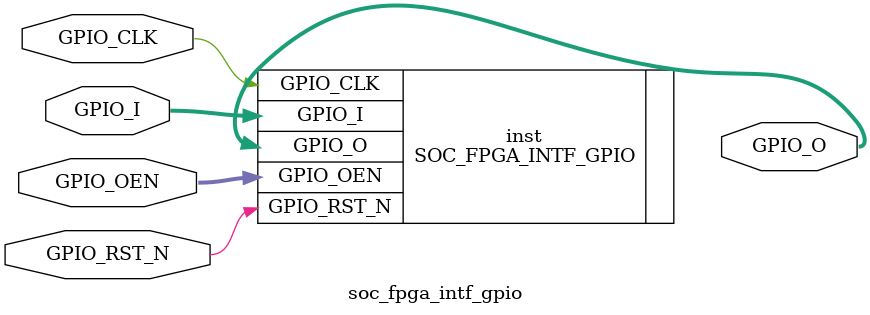
<source format=v>
module soc_fpga_intf_gpio (
    
    output [39:0] GPIO_O,
    input  [39:0] GPIO_I,
    input  [39:0] GPIO_OEN,
    input         GPIO_CLK,
    input         GPIO_RST_N    

); 

SOC_FPGA_INTF_GPIO inst (
    .GPIO_O(GPIO_O),
    .GPIO_I(GPIO_I),
    .GPIO_OEN(GPIO_OEN),
    .GPIO_CLK(GPIO_CLK),
    .GPIO_RST_N(GPIO_RST_N)
);

endmodule

</source>
